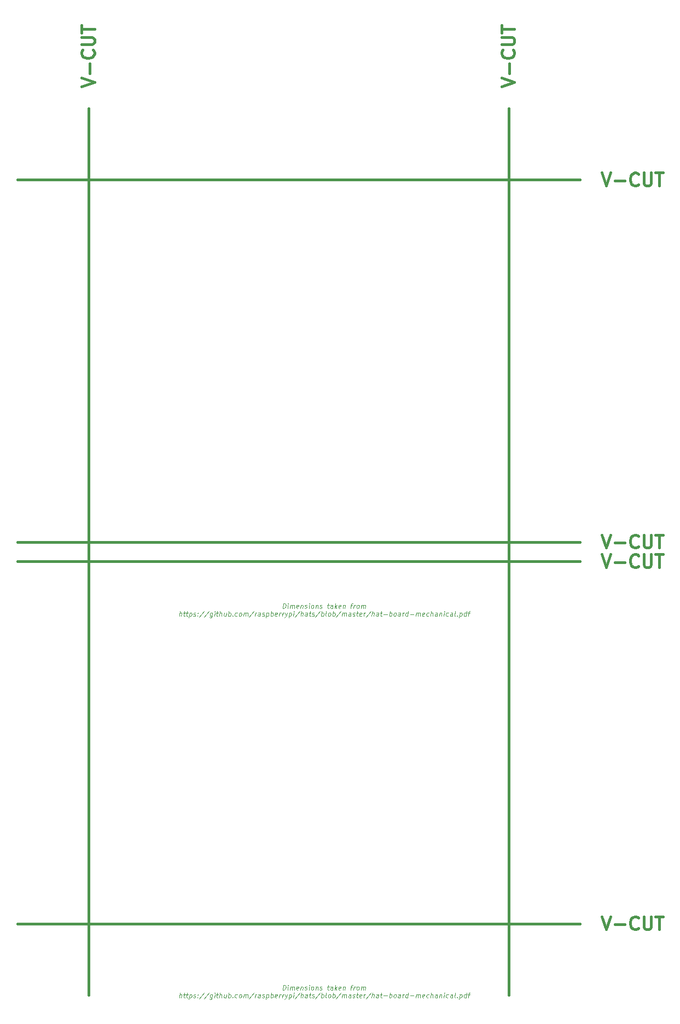
<source format=gbr>
%TF.GenerationSoftware,KiCad,Pcbnew,6.0.11+dfsg-1*%
%TF.CreationDate,2024-03-17T12:00:56+00:00*%
%TF.ProjectId,panel,70616e65-6c2e-46b6-9963-61645f706362,rev?*%
%TF.SameCoordinates,Original*%
%TF.FileFunction,Other,Comment*%
%FSLAX46Y46*%
G04 Gerber Fmt 4.6, Leading zero omitted, Abs format (unit mm)*
G04 Created by KiCad (PCBNEW 6.0.11+dfsg-1) date 2024-03-17 12:00:56*
%MOMM*%
%LPD*%
G01*
G04 APERTURE LIST*
%ADD10C,0.400000*%
%ADD11C,0.120000*%
G04 APERTURE END LIST*
D10*
X105000000Y-28000000D02*
X192000000Y-28000000D01*
X181000000Y-17000000D02*
X181000000Y-154000000D01*
X116000000Y-17000000D02*
X116000000Y-154000000D01*
X105000000Y-143000000D02*
X192000000Y-143000000D01*
X105000000Y-84000000D02*
X192000000Y-84000000D01*
X105000000Y-87000000D02*
X192000000Y-87000000D01*
X195450476Y-141904761D02*
X196117142Y-143904761D01*
X196783809Y-141904761D01*
X197450476Y-143142857D02*
X198974285Y-143142857D01*
X201069523Y-143714285D02*
X200974285Y-143809523D01*
X200688571Y-143904761D01*
X200498095Y-143904761D01*
X200212380Y-143809523D01*
X200021904Y-143619047D01*
X199926666Y-143428571D01*
X199831428Y-143047619D01*
X199831428Y-142761904D01*
X199926666Y-142380952D01*
X200021904Y-142190476D01*
X200212380Y-142000000D01*
X200498095Y-141904761D01*
X200688571Y-141904761D01*
X200974285Y-142000000D01*
X201069523Y-142095238D01*
X201926666Y-141904761D02*
X201926666Y-143523809D01*
X202021904Y-143714285D01*
X202117142Y-143809523D01*
X202307619Y-143904761D01*
X202688571Y-143904761D01*
X202879047Y-143809523D01*
X202974285Y-143714285D01*
X203069523Y-143523809D01*
X203069523Y-141904761D01*
X203736190Y-141904761D02*
X204879047Y-141904761D01*
X204307619Y-143904761D02*
X204307619Y-141904761D01*
X195450476Y-85904761D02*
X196117142Y-87904761D01*
X196783809Y-85904761D01*
X197450476Y-87142857D02*
X198974285Y-87142857D01*
X201069523Y-87714285D02*
X200974285Y-87809523D01*
X200688571Y-87904761D01*
X200498095Y-87904761D01*
X200212380Y-87809523D01*
X200021904Y-87619047D01*
X199926666Y-87428571D01*
X199831428Y-87047619D01*
X199831428Y-86761904D01*
X199926666Y-86380952D01*
X200021904Y-86190476D01*
X200212380Y-86000000D01*
X200498095Y-85904761D01*
X200688571Y-85904761D01*
X200974285Y-86000000D01*
X201069523Y-86095238D01*
X201926666Y-85904761D02*
X201926666Y-87523809D01*
X202021904Y-87714285D01*
X202117142Y-87809523D01*
X202307619Y-87904761D01*
X202688571Y-87904761D01*
X202879047Y-87809523D01*
X202974285Y-87714285D01*
X203069523Y-87523809D01*
X203069523Y-85904761D01*
X203736190Y-85904761D02*
X204879047Y-85904761D01*
X204307619Y-87904761D02*
X204307619Y-85904761D01*
X195450476Y-82904761D02*
X196117142Y-84904761D01*
X196783809Y-82904761D01*
X197450476Y-84142857D02*
X198974285Y-84142857D01*
X201069523Y-84714285D02*
X200974285Y-84809523D01*
X200688571Y-84904761D01*
X200498095Y-84904761D01*
X200212380Y-84809523D01*
X200021904Y-84619047D01*
X199926666Y-84428571D01*
X199831428Y-84047619D01*
X199831428Y-83761904D01*
X199926666Y-83380952D01*
X200021904Y-83190476D01*
X200212380Y-83000000D01*
X200498095Y-82904761D01*
X200688571Y-82904761D01*
X200974285Y-83000000D01*
X201069523Y-83095238D01*
X201926666Y-82904761D02*
X201926666Y-84523809D01*
X202021904Y-84714285D01*
X202117142Y-84809523D01*
X202307619Y-84904761D01*
X202688571Y-84904761D01*
X202879047Y-84809523D01*
X202974285Y-84714285D01*
X203069523Y-84523809D01*
X203069523Y-82904761D01*
X203736190Y-82904761D02*
X204879047Y-82904761D01*
X204307619Y-84904761D02*
X204307619Y-82904761D01*
X195450476Y-26904761D02*
X196117142Y-28904761D01*
X196783809Y-26904761D01*
X197450476Y-28142857D02*
X198974285Y-28142857D01*
X201069523Y-28714285D02*
X200974285Y-28809523D01*
X200688571Y-28904761D01*
X200498095Y-28904761D01*
X200212380Y-28809523D01*
X200021904Y-28619047D01*
X199926666Y-28428571D01*
X199831428Y-28047619D01*
X199831428Y-27761904D01*
X199926666Y-27380952D01*
X200021904Y-27190476D01*
X200212380Y-27000000D01*
X200498095Y-26904761D01*
X200688571Y-26904761D01*
X200974285Y-27000000D01*
X201069523Y-27095238D01*
X201926666Y-26904761D02*
X201926666Y-28523809D01*
X202021904Y-28714285D01*
X202117142Y-28809523D01*
X202307619Y-28904761D01*
X202688571Y-28904761D01*
X202879047Y-28809523D01*
X202974285Y-28714285D01*
X203069523Y-28523809D01*
X203069523Y-26904761D01*
X203736190Y-26904761D02*
X204879047Y-26904761D01*
X204307619Y-28904761D02*
X204307619Y-26904761D01*
D11*
X146053995Y-94235535D02*
X146147745Y-93485535D01*
X146326316Y-93485535D01*
X146428995Y-93521250D01*
X146491495Y-93592678D01*
X146518281Y-93664107D01*
X146536138Y-93806964D01*
X146522745Y-93914107D01*
X146469174Y-94056964D01*
X146424531Y-94128392D01*
X146344174Y-94199821D01*
X146232566Y-94235535D01*
X146053995Y-94235535D01*
X146803995Y-94235535D02*
X146866495Y-93735535D01*
X146897745Y-93485535D02*
X146857566Y-93521250D01*
X146888816Y-93556964D01*
X146928995Y-93521250D01*
X146897745Y-93485535D01*
X146888816Y-93556964D01*
X147161138Y-94235535D02*
X147223638Y-93735535D01*
X147214709Y-93806964D02*
X147254888Y-93771250D01*
X147330781Y-93735535D01*
X147437924Y-93735535D01*
X147504888Y-93771250D01*
X147531674Y-93842678D01*
X147482566Y-94235535D01*
X147531674Y-93842678D02*
X147576316Y-93771250D01*
X147652209Y-93735535D01*
X147759352Y-93735535D01*
X147826316Y-93771250D01*
X147853102Y-93842678D01*
X147803995Y-94235535D01*
X148451316Y-94199821D02*
X148375424Y-94235535D01*
X148232566Y-94235535D01*
X148165602Y-94199821D01*
X148138816Y-94128392D01*
X148174531Y-93842678D01*
X148219174Y-93771250D01*
X148295066Y-93735535D01*
X148437924Y-93735535D01*
X148504888Y-93771250D01*
X148531674Y-93842678D01*
X148522745Y-93914107D01*
X148156674Y-93985535D01*
X148866495Y-93735535D02*
X148803995Y-94235535D01*
X148857566Y-93806964D02*
X148897745Y-93771250D01*
X148973638Y-93735535D01*
X149080781Y-93735535D01*
X149147745Y-93771250D01*
X149174531Y-93842678D01*
X149125424Y-94235535D01*
X149451316Y-94199821D02*
X149518281Y-94235535D01*
X149661138Y-94235535D01*
X149737031Y-94199821D01*
X149781674Y-94128392D01*
X149786138Y-94092678D01*
X149759352Y-94021250D01*
X149692388Y-93985535D01*
X149585245Y-93985535D01*
X149518281Y-93949821D01*
X149491495Y-93878392D01*
X149495959Y-93842678D01*
X149540602Y-93771250D01*
X149616495Y-93735535D01*
X149723638Y-93735535D01*
X149790602Y-93771250D01*
X150089709Y-94235535D02*
X150152209Y-93735535D01*
X150183459Y-93485535D02*
X150143281Y-93521250D01*
X150174531Y-93556964D01*
X150214709Y-93521250D01*
X150183459Y-93485535D01*
X150174531Y-93556964D01*
X150553995Y-94235535D02*
X150487031Y-94199821D01*
X150455781Y-94164107D01*
X150428995Y-94092678D01*
X150455781Y-93878392D01*
X150500424Y-93806964D01*
X150540602Y-93771250D01*
X150616495Y-93735535D01*
X150723638Y-93735535D01*
X150790602Y-93771250D01*
X150821852Y-93806964D01*
X150848638Y-93878392D01*
X150821852Y-94092678D01*
X150777209Y-94164107D01*
X150737031Y-94199821D01*
X150661138Y-94235535D01*
X150553995Y-94235535D01*
X151187924Y-93735535D02*
X151125424Y-94235535D01*
X151178995Y-93806964D02*
X151219174Y-93771250D01*
X151295066Y-93735535D01*
X151402209Y-93735535D01*
X151469174Y-93771250D01*
X151495959Y-93842678D01*
X151446852Y-94235535D01*
X151772745Y-94199821D02*
X151839709Y-94235535D01*
X151982566Y-94235535D01*
X152058459Y-94199821D01*
X152103102Y-94128392D01*
X152107566Y-94092678D01*
X152080781Y-94021250D01*
X152013816Y-93985535D01*
X151906674Y-93985535D01*
X151839709Y-93949821D01*
X151812924Y-93878392D01*
X151817388Y-93842678D01*
X151862031Y-93771250D01*
X151937924Y-93735535D01*
X152045066Y-93735535D01*
X152112031Y-93771250D01*
X152937924Y-93735535D02*
X153223638Y-93735535D01*
X153076316Y-93485535D02*
X152995959Y-94128392D01*
X153022745Y-94199821D01*
X153089709Y-94235535D01*
X153161138Y-94235535D01*
X153732566Y-94235535D02*
X153781674Y-93842678D01*
X153754888Y-93771250D01*
X153687924Y-93735535D01*
X153545066Y-93735535D01*
X153469174Y-93771250D01*
X153737031Y-94199821D02*
X153661138Y-94235535D01*
X153482566Y-94235535D01*
X153415602Y-94199821D01*
X153388816Y-94128392D01*
X153397745Y-94056964D01*
X153442388Y-93985535D01*
X153518281Y-93949821D01*
X153696852Y-93949821D01*
X153772745Y-93914107D01*
X154089709Y-94235535D02*
X154183459Y-93485535D01*
X154196852Y-93949821D02*
X154375424Y-94235535D01*
X154437924Y-93735535D02*
X154116495Y-94021250D01*
X154987031Y-94199821D02*
X154911138Y-94235535D01*
X154768281Y-94235535D01*
X154701316Y-94199821D01*
X154674531Y-94128392D01*
X154710245Y-93842678D01*
X154754888Y-93771250D01*
X154830781Y-93735535D01*
X154973638Y-93735535D01*
X155040602Y-93771250D01*
X155067388Y-93842678D01*
X155058459Y-93914107D01*
X154692388Y-93985535D01*
X155402209Y-93735535D02*
X155339709Y-94235535D01*
X155393281Y-93806964D02*
X155433459Y-93771250D01*
X155509352Y-93735535D01*
X155616495Y-93735535D01*
X155683459Y-93771250D01*
X155710245Y-93842678D01*
X155661138Y-94235535D01*
X156545066Y-93735535D02*
X156830781Y-93735535D01*
X156589709Y-94235535D02*
X156670066Y-93592678D01*
X156714709Y-93521250D01*
X156790602Y-93485535D01*
X156862031Y-93485535D01*
X157018281Y-94235535D02*
X157080781Y-93735535D01*
X157062924Y-93878392D02*
X157107566Y-93806964D01*
X157147745Y-93771250D01*
X157223638Y-93735535D01*
X157295066Y-93735535D01*
X157589709Y-94235535D02*
X157522745Y-94199821D01*
X157491495Y-94164107D01*
X157464709Y-94092678D01*
X157491495Y-93878392D01*
X157536138Y-93806964D01*
X157576316Y-93771250D01*
X157652209Y-93735535D01*
X157759352Y-93735535D01*
X157826316Y-93771250D01*
X157857566Y-93806964D01*
X157884352Y-93878392D01*
X157857566Y-94092678D01*
X157812924Y-94164107D01*
X157772745Y-94199821D01*
X157696852Y-94235535D01*
X157589709Y-94235535D01*
X158161138Y-94235535D02*
X158223638Y-93735535D01*
X158214709Y-93806964D02*
X158254888Y-93771250D01*
X158330781Y-93735535D01*
X158437924Y-93735535D01*
X158504888Y-93771250D01*
X158531674Y-93842678D01*
X158482566Y-94235535D01*
X158531674Y-93842678D02*
X158576316Y-93771250D01*
X158652209Y-93735535D01*
X158759352Y-93735535D01*
X158826316Y-93771250D01*
X158853102Y-93842678D01*
X158803995Y-94235535D01*
X130036138Y-95443035D02*
X130129888Y-94693035D01*
X130357566Y-95443035D02*
X130406674Y-95050178D01*
X130379888Y-94978750D01*
X130312924Y-94943035D01*
X130205781Y-94943035D01*
X130129888Y-94978750D01*
X130089709Y-95014464D01*
X130670066Y-94943035D02*
X130955781Y-94943035D01*
X130808459Y-94693035D02*
X130728102Y-95335892D01*
X130754888Y-95407321D01*
X130821852Y-95443035D01*
X130893281Y-95443035D01*
X131098638Y-94943035D02*
X131384352Y-94943035D01*
X131237031Y-94693035D02*
X131156674Y-95335892D01*
X131183459Y-95407321D01*
X131250424Y-95443035D01*
X131321852Y-95443035D01*
X131634352Y-94943035D02*
X131540602Y-95693035D01*
X131629888Y-94978750D02*
X131705781Y-94943035D01*
X131848638Y-94943035D01*
X131915602Y-94978750D01*
X131946852Y-95014464D01*
X131973638Y-95085892D01*
X131946852Y-95300178D01*
X131902209Y-95371607D01*
X131862031Y-95407321D01*
X131786138Y-95443035D01*
X131643281Y-95443035D01*
X131576316Y-95407321D01*
X132219174Y-95407321D02*
X132286138Y-95443035D01*
X132428995Y-95443035D01*
X132504888Y-95407321D01*
X132549531Y-95335892D01*
X132553995Y-95300178D01*
X132527209Y-95228750D01*
X132460245Y-95193035D01*
X132353102Y-95193035D01*
X132286138Y-95157321D01*
X132259352Y-95085892D01*
X132263816Y-95050178D01*
X132308459Y-94978750D01*
X132384352Y-94943035D01*
X132491495Y-94943035D01*
X132558459Y-94978750D01*
X132866495Y-95371607D02*
X132897745Y-95407321D01*
X132857566Y-95443035D01*
X132826316Y-95407321D01*
X132866495Y-95371607D01*
X132857566Y-95443035D01*
X132915602Y-94978750D02*
X132946852Y-95014464D01*
X132906674Y-95050178D01*
X132875424Y-95014464D01*
X132915602Y-94978750D01*
X132906674Y-95050178D01*
X133848638Y-94657321D02*
X133085245Y-95621607D01*
X134634352Y-94657321D02*
X133870959Y-95621607D01*
X135170066Y-94943035D02*
X135094174Y-95550178D01*
X135049531Y-95621607D01*
X135009352Y-95657321D01*
X134933459Y-95693035D01*
X134826316Y-95693035D01*
X134759352Y-95657321D01*
X135112031Y-95407321D02*
X135036138Y-95443035D01*
X134893281Y-95443035D01*
X134826316Y-95407321D01*
X134795066Y-95371607D01*
X134768281Y-95300178D01*
X134795066Y-95085892D01*
X134839709Y-95014464D01*
X134879888Y-94978750D01*
X134955781Y-94943035D01*
X135098638Y-94943035D01*
X135165602Y-94978750D01*
X135464709Y-95443035D02*
X135527209Y-94943035D01*
X135558459Y-94693035D02*
X135518281Y-94728750D01*
X135549531Y-94764464D01*
X135589709Y-94728750D01*
X135558459Y-94693035D01*
X135549531Y-94764464D01*
X135777209Y-94943035D02*
X136062924Y-94943035D01*
X135915602Y-94693035D02*
X135835245Y-95335892D01*
X135862031Y-95407321D01*
X135928995Y-95443035D01*
X136000424Y-95443035D01*
X136250424Y-95443035D02*
X136344174Y-94693035D01*
X136571852Y-95443035D02*
X136620959Y-95050178D01*
X136594174Y-94978750D01*
X136527209Y-94943035D01*
X136420066Y-94943035D01*
X136344174Y-94978750D01*
X136303995Y-95014464D01*
X137312924Y-94943035D02*
X137250424Y-95443035D01*
X136991495Y-94943035D02*
X136942388Y-95335892D01*
X136969174Y-95407321D01*
X137036138Y-95443035D01*
X137143281Y-95443035D01*
X137219174Y-95407321D01*
X137259352Y-95371607D01*
X137607566Y-95443035D02*
X137701316Y-94693035D01*
X137665602Y-94978750D02*
X137741495Y-94943035D01*
X137884352Y-94943035D01*
X137951316Y-94978750D01*
X137982566Y-95014464D01*
X138009352Y-95085892D01*
X137982566Y-95300178D01*
X137937924Y-95371607D01*
X137897745Y-95407321D01*
X137821852Y-95443035D01*
X137678995Y-95443035D01*
X137612031Y-95407321D01*
X138295066Y-95371607D02*
X138326316Y-95407321D01*
X138286138Y-95443035D01*
X138254888Y-95407321D01*
X138295066Y-95371607D01*
X138286138Y-95443035D01*
X138969174Y-95407321D02*
X138893281Y-95443035D01*
X138750424Y-95443035D01*
X138683459Y-95407321D01*
X138652209Y-95371607D01*
X138625424Y-95300178D01*
X138652209Y-95085892D01*
X138696852Y-95014464D01*
X138737031Y-94978750D01*
X138812924Y-94943035D01*
X138955781Y-94943035D01*
X139022745Y-94978750D01*
X139393281Y-95443035D02*
X139326316Y-95407321D01*
X139295066Y-95371607D01*
X139268281Y-95300178D01*
X139295066Y-95085892D01*
X139339709Y-95014464D01*
X139379888Y-94978750D01*
X139455781Y-94943035D01*
X139562924Y-94943035D01*
X139629888Y-94978750D01*
X139661138Y-95014464D01*
X139687924Y-95085892D01*
X139661138Y-95300178D01*
X139616495Y-95371607D01*
X139576316Y-95407321D01*
X139500424Y-95443035D01*
X139393281Y-95443035D01*
X139964709Y-95443035D02*
X140027209Y-94943035D01*
X140018281Y-95014464D02*
X140058459Y-94978750D01*
X140134352Y-94943035D01*
X140241495Y-94943035D01*
X140308459Y-94978750D01*
X140335245Y-95050178D01*
X140286138Y-95443035D01*
X140335245Y-95050178D02*
X140379888Y-94978750D01*
X140455781Y-94943035D01*
X140562924Y-94943035D01*
X140629888Y-94978750D01*
X140656674Y-95050178D01*
X140607566Y-95443035D01*
X141598638Y-94657321D02*
X140835245Y-95621607D01*
X141750424Y-95443035D02*
X141812924Y-94943035D01*
X141795066Y-95085892D02*
X141839709Y-95014464D01*
X141879888Y-94978750D01*
X141955781Y-94943035D01*
X142027209Y-94943035D01*
X142536138Y-95443035D02*
X142585245Y-95050178D01*
X142558459Y-94978750D01*
X142491495Y-94943035D01*
X142348638Y-94943035D01*
X142272745Y-94978750D01*
X142540602Y-95407321D02*
X142464709Y-95443035D01*
X142286138Y-95443035D01*
X142219174Y-95407321D01*
X142192388Y-95335892D01*
X142201316Y-95264464D01*
X142245959Y-95193035D01*
X142321852Y-95157321D01*
X142500424Y-95157321D01*
X142576316Y-95121607D01*
X142862031Y-95407321D02*
X142928995Y-95443035D01*
X143071852Y-95443035D01*
X143147745Y-95407321D01*
X143192388Y-95335892D01*
X143196852Y-95300178D01*
X143170066Y-95228750D01*
X143103102Y-95193035D01*
X142995959Y-95193035D01*
X142928995Y-95157321D01*
X142902209Y-95085892D01*
X142906674Y-95050178D01*
X142951316Y-94978750D01*
X143027209Y-94943035D01*
X143134352Y-94943035D01*
X143201316Y-94978750D01*
X143562924Y-94943035D02*
X143469174Y-95693035D01*
X143558459Y-94978750D02*
X143634352Y-94943035D01*
X143777209Y-94943035D01*
X143844174Y-94978750D01*
X143875424Y-95014464D01*
X143902209Y-95085892D01*
X143875424Y-95300178D01*
X143830781Y-95371607D01*
X143790602Y-95407321D01*
X143714709Y-95443035D01*
X143571852Y-95443035D01*
X143504888Y-95407321D01*
X144178995Y-95443035D02*
X144272745Y-94693035D01*
X144237031Y-94978750D02*
X144312924Y-94943035D01*
X144455781Y-94943035D01*
X144522745Y-94978750D01*
X144553995Y-95014464D01*
X144580781Y-95085892D01*
X144553995Y-95300178D01*
X144509352Y-95371607D01*
X144469174Y-95407321D01*
X144393281Y-95443035D01*
X144250424Y-95443035D01*
X144183459Y-95407321D01*
X145147745Y-95407321D02*
X145071852Y-95443035D01*
X144928995Y-95443035D01*
X144862031Y-95407321D01*
X144835245Y-95335892D01*
X144870959Y-95050178D01*
X144915602Y-94978750D01*
X144991495Y-94943035D01*
X145134352Y-94943035D01*
X145201316Y-94978750D01*
X145228102Y-95050178D01*
X145219174Y-95121607D01*
X144853102Y-95193035D01*
X145500424Y-95443035D02*
X145562924Y-94943035D01*
X145545066Y-95085892D02*
X145589709Y-95014464D01*
X145629888Y-94978750D01*
X145705781Y-94943035D01*
X145777209Y-94943035D01*
X145964709Y-95443035D02*
X146027209Y-94943035D01*
X146009352Y-95085892D02*
X146053995Y-95014464D01*
X146094174Y-94978750D01*
X146170066Y-94943035D01*
X146241495Y-94943035D01*
X146420066Y-94943035D02*
X146536138Y-95443035D01*
X146777209Y-94943035D02*
X146536138Y-95443035D01*
X146442388Y-95621607D01*
X146402209Y-95657321D01*
X146326316Y-95693035D01*
X147062924Y-94943035D02*
X146969174Y-95693035D01*
X147058459Y-94978750D02*
X147134352Y-94943035D01*
X147277209Y-94943035D01*
X147344174Y-94978750D01*
X147375424Y-95014464D01*
X147402209Y-95085892D01*
X147375424Y-95300178D01*
X147330781Y-95371607D01*
X147290602Y-95407321D01*
X147214709Y-95443035D01*
X147071852Y-95443035D01*
X147004888Y-95407321D01*
X147678995Y-95443035D02*
X147741495Y-94943035D01*
X147772745Y-94693035D02*
X147732566Y-94728750D01*
X147763816Y-94764464D01*
X147803995Y-94728750D01*
X147772745Y-94693035D01*
X147763816Y-94764464D01*
X148670066Y-94657321D02*
X147906674Y-95621607D01*
X148821852Y-95443035D02*
X148915602Y-94693035D01*
X149143281Y-95443035D02*
X149192388Y-95050178D01*
X149165602Y-94978750D01*
X149098638Y-94943035D01*
X148991495Y-94943035D01*
X148915602Y-94978750D01*
X148875424Y-95014464D01*
X149821852Y-95443035D02*
X149870959Y-95050178D01*
X149844174Y-94978750D01*
X149777209Y-94943035D01*
X149634352Y-94943035D01*
X149558459Y-94978750D01*
X149826316Y-95407321D02*
X149750424Y-95443035D01*
X149571852Y-95443035D01*
X149504888Y-95407321D01*
X149478102Y-95335892D01*
X149487031Y-95264464D01*
X149531674Y-95193035D01*
X149607566Y-95157321D01*
X149786138Y-95157321D01*
X149862031Y-95121607D01*
X150134352Y-94943035D02*
X150420066Y-94943035D01*
X150272745Y-94693035D02*
X150192388Y-95335892D01*
X150219174Y-95407321D01*
X150286138Y-95443035D01*
X150357566Y-95443035D01*
X150576316Y-95407321D02*
X150643281Y-95443035D01*
X150786138Y-95443035D01*
X150862031Y-95407321D01*
X150906674Y-95335892D01*
X150911138Y-95300178D01*
X150884352Y-95228750D01*
X150817388Y-95193035D01*
X150710245Y-95193035D01*
X150643281Y-95157321D01*
X150616495Y-95085892D01*
X150620959Y-95050178D01*
X150665602Y-94978750D01*
X150741495Y-94943035D01*
X150848638Y-94943035D01*
X150915602Y-94978750D01*
X151848638Y-94657321D02*
X151085245Y-95621607D01*
X152000424Y-95443035D02*
X152094174Y-94693035D01*
X152058459Y-94978750D02*
X152134352Y-94943035D01*
X152277209Y-94943035D01*
X152344174Y-94978750D01*
X152375424Y-95014464D01*
X152402209Y-95085892D01*
X152375424Y-95300178D01*
X152330781Y-95371607D01*
X152290602Y-95407321D01*
X152214709Y-95443035D01*
X152071852Y-95443035D01*
X152004888Y-95407321D01*
X152786138Y-95443035D02*
X152719174Y-95407321D01*
X152692388Y-95335892D01*
X152772745Y-94693035D01*
X153178995Y-95443035D02*
X153112031Y-95407321D01*
X153080781Y-95371607D01*
X153053995Y-95300178D01*
X153080781Y-95085892D01*
X153125424Y-95014464D01*
X153165602Y-94978750D01*
X153241495Y-94943035D01*
X153348638Y-94943035D01*
X153415602Y-94978750D01*
X153446852Y-95014464D01*
X153473638Y-95085892D01*
X153446852Y-95300178D01*
X153402209Y-95371607D01*
X153362031Y-95407321D01*
X153286138Y-95443035D01*
X153178995Y-95443035D01*
X153750424Y-95443035D02*
X153844174Y-94693035D01*
X153808459Y-94978750D02*
X153884352Y-94943035D01*
X154027209Y-94943035D01*
X154094174Y-94978750D01*
X154125424Y-95014464D01*
X154152209Y-95085892D01*
X154125424Y-95300178D01*
X154080781Y-95371607D01*
X154040602Y-95407321D01*
X153964709Y-95443035D01*
X153821852Y-95443035D01*
X153754888Y-95407321D01*
X155062924Y-94657321D02*
X154299531Y-95621607D01*
X155214709Y-95443035D02*
X155277209Y-94943035D01*
X155268281Y-95014464D02*
X155308459Y-94978750D01*
X155384352Y-94943035D01*
X155491495Y-94943035D01*
X155558459Y-94978750D01*
X155585245Y-95050178D01*
X155536138Y-95443035D01*
X155585245Y-95050178D02*
X155629888Y-94978750D01*
X155705781Y-94943035D01*
X155812924Y-94943035D01*
X155879888Y-94978750D01*
X155906674Y-95050178D01*
X155857566Y-95443035D01*
X156536138Y-95443035D02*
X156585245Y-95050178D01*
X156558459Y-94978750D01*
X156491495Y-94943035D01*
X156348638Y-94943035D01*
X156272745Y-94978750D01*
X156540602Y-95407321D02*
X156464709Y-95443035D01*
X156286138Y-95443035D01*
X156219174Y-95407321D01*
X156192388Y-95335892D01*
X156201316Y-95264464D01*
X156245959Y-95193035D01*
X156321852Y-95157321D01*
X156500424Y-95157321D01*
X156576316Y-95121607D01*
X156862031Y-95407321D02*
X156928995Y-95443035D01*
X157071852Y-95443035D01*
X157147745Y-95407321D01*
X157192388Y-95335892D01*
X157196852Y-95300178D01*
X157170066Y-95228750D01*
X157103102Y-95193035D01*
X156995959Y-95193035D01*
X156928995Y-95157321D01*
X156902209Y-95085892D01*
X156906674Y-95050178D01*
X156951316Y-94978750D01*
X157027209Y-94943035D01*
X157134352Y-94943035D01*
X157201316Y-94978750D01*
X157455781Y-94943035D02*
X157741495Y-94943035D01*
X157594174Y-94693035D02*
X157513816Y-95335892D01*
X157540602Y-95407321D01*
X157607566Y-95443035D01*
X157678995Y-95443035D01*
X158219174Y-95407321D02*
X158143281Y-95443035D01*
X158000424Y-95443035D01*
X157933459Y-95407321D01*
X157906674Y-95335892D01*
X157942388Y-95050178D01*
X157987031Y-94978750D01*
X158062924Y-94943035D01*
X158205781Y-94943035D01*
X158272745Y-94978750D01*
X158299531Y-95050178D01*
X158290602Y-95121607D01*
X157924531Y-95193035D01*
X158571852Y-95443035D02*
X158634352Y-94943035D01*
X158616495Y-95085892D02*
X158661138Y-95014464D01*
X158701316Y-94978750D01*
X158777209Y-94943035D01*
X158848638Y-94943035D01*
X159670066Y-94657321D02*
X158906674Y-95621607D01*
X159821852Y-95443035D02*
X159915602Y-94693035D01*
X160143281Y-95443035D02*
X160192388Y-95050178D01*
X160165602Y-94978750D01*
X160098638Y-94943035D01*
X159991495Y-94943035D01*
X159915602Y-94978750D01*
X159875424Y-95014464D01*
X160821852Y-95443035D02*
X160870959Y-95050178D01*
X160844174Y-94978750D01*
X160777209Y-94943035D01*
X160634352Y-94943035D01*
X160558459Y-94978750D01*
X160826316Y-95407321D02*
X160750424Y-95443035D01*
X160571852Y-95443035D01*
X160504888Y-95407321D01*
X160478102Y-95335892D01*
X160487031Y-95264464D01*
X160531674Y-95193035D01*
X160607566Y-95157321D01*
X160786138Y-95157321D01*
X160862031Y-95121607D01*
X161134352Y-94943035D02*
X161420066Y-94943035D01*
X161272745Y-94693035D02*
X161192388Y-95335892D01*
X161219174Y-95407321D01*
X161286138Y-95443035D01*
X161357566Y-95443035D01*
X161643281Y-95157321D02*
X162214709Y-95157321D01*
X162536138Y-95443035D02*
X162629888Y-94693035D01*
X162594174Y-94978750D02*
X162670066Y-94943035D01*
X162812924Y-94943035D01*
X162879888Y-94978750D01*
X162911138Y-95014464D01*
X162937924Y-95085892D01*
X162911138Y-95300178D01*
X162866495Y-95371607D01*
X162826316Y-95407321D01*
X162750424Y-95443035D01*
X162607566Y-95443035D01*
X162540602Y-95407321D01*
X163321852Y-95443035D02*
X163254888Y-95407321D01*
X163223638Y-95371607D01*
X163196852Y-95300178D01*
X163223638Y-95085892D01*
X163268281Y-95014464D01*
X163308459Y-94978750D01*
X163384352Y-94943035D01*
X163491495Y-94943035D01*
X163558459Y-94978750D01*
X163589709Y-95014464D01*
X163616495Y-95085892D01*
X163589709Y-95300178D01*
X163545066Y-95371607D01*
X163504888Y-95407321D01*
X163428995Y-95443035D01*
X163321852Y-95443035D01*
X164214709Y-95443035D02*
X164263816Y-95050178D01*
X164237031Y-94978750D01*
X164170066Y-94943035D01*
X164027209Y-94943035D01*
X163951316Y-94978750D01*
X164219174Y-95407321D02*
X164143281Y-95443035D01*
X163964709Y-95443035D01*
X163897745Y-95407321D01*
X163870959Y-95335892D01*
X163879888Y-95264464D01*
X163924531Y-95193035D01*
X164000424Y-95157321D01*
X164178995Y-95157321D01*
X164254888Y-95121607D01*
X164571852Y-95443035D02*
X164634352Y-94943035D01*
X164616495Y-95085892D02*
X164661138Y-95014464D01*
X164701316Y-94978750D01*
X164777209Y-94943035D01*
X164848638Y-94943035D01*
X165357566Y-95443035D02*
X165451316Y-94693035D01*
X165362031Y-95407321D02*
X165286138Y-95443035D01*
X165143281Y-95443035D01*
X165076316Y-95407321D01*
X165045066Y-95371607D01*
X165018281Y-95300178D01*
X165045066Y-95085892D01*
X165089709Y-95014464D01*
X165129888Y-94978750D01*
X165205781Y-94943035D01*
X165348638Y-94943035D01*
X165415602Y-94978750D01*
X165750424Y-95157321D02*
X166321852Y-95157321D01*
X166643281Y-95443035D02*
X166705781Y-94943035D01*
X166696852Y-95014464D02*
X166737031Y-94978750D01*
X166812924Y-94943035D01*
X166920066Y-94943035D01*
X166987031Y-94978750D01*
X167013816Y-95050178D01*
X166964709Y-95443035D01*
X167013816Y-95050178D02*
X167058459Y-94978750D01*
X167134352Y-94943035D01*
X167241495Y-94943035D01*
X167308459Y-94978750D01*
X167335245Y-95050178D01*
X167286138Y-95443035D01*
X167933459Y-95407321D02*
X167857566Y-95443035D01*
X167714709Y-95443035D01*
X167647745Y-95407321D01*
X167620959Y-95335892D01*
X167656674Y-95050178D01*
X167701316Y-94978750D01*
X167777209Y-94943035D01*
X167920066Y-94943035D01*
X167987031Y-94978750D01*
X168013816Y-95050178D01*
X168004888Y-95121607D01*
X167638816Y-95193035D01*
X168612031Y-95407321D02*
X168536138Y-95443035D01*
X168393281Y-95443035D01*
X168326316Y-95407321D01*
X168295066Y-95371607D01*
X168268281Y-95300178D01*
X168295066Y-95085892D01*
X168339709Y-95014464D01*
X168379888Y-94978750D01*
X168455781Y-94943035D01*
X168598638Y-94943035D01*
X168665602Y-94978750D01*
X168928995Y-95443035D02*
X169022745Y-94693035D01*
X169250424Y-95443035D02*
X169299531Y-95050178D01*
X169272745Y-94978750D01*
X169205781Y-94943035D01*
X169098638Y-94943035D01*
X169022745Y-94978750D01*
X168982566Y-95014464D01*
X169928995Y-95443035D02*
X169978102Y-95050178D01*
X169951316Y-94978750D01*
X169884352Y-94943035D01*
X169741495Y-94943035D01*
X169665602Y-94978750D01*
X169933459Y-95407321D02*
X169857566Y-95443035D01*
X169678995Y-95443035D01*
X169612031Y-95407321D01*
X169585245Y-95335892D01*
X169594174Y-95264464D01*
X169638816Y-95193035D01*
X169714709Y-95157321D01*
X169893281Y-95157321D01*
X169969174Y-95121607D01*
X170348638Y-94943035D02*
X170286138Y-95443035D01*
X170339709Y-95014464D02*
X170379888Y-94978750D01*
X170455781Y-94943035D01*
X170562924Y-94943035D01*
X170629888Y-94978750D01*
X170656674Y-95050178D01*
X170607566Y-95443035D01*
X170964709Y-95443035D02*
X171027209Y-94943035D01*
X171058459Y-94693035D02*
X171018281Y-94728750D01*
X171049531Y-94764464D01*
X171089709Y-94728750D01*
X171058459Y-94693035D01*
X171049531Y-94764464D01*
X171647745Y-95407321D02*
X171571852Y-95443035D01*
X171428995Y-95443035D01*
X171362031Y-95407321D01*
X171330781Y-95371607D01*
X171303995Y-95300178D01*
X171330781Y-95085892D01*
X171375424Y-95014464D01*
X171415602Y-94978750D01*
X171491495Y-94943035D01*
X171634352Y-94943035D01*
X171701316Y-94978750D01*
X172286138Y-95443035D02*
X172335245Y-95050178D01*
X172308459Y-94978750D01*
X172241495Y-94943035D01*
X172098638Y-94943035D01*
X172022745Y-94978750D01*
X172290602Y-95407321D02*
X172214709Y-95443035D01*
X172036138Y-95443035D01*
X171969174Y-95407321D01*
X171942388Y-95335892D01*
X171951316Y-95264464D01*
X171995959Y-95193035D01*
X172071852Y-95157321D01*
X172250424Y-95157321D01*
X172326316Y-95121607D01*
X172750424Y-95443035D02*
X172683459Y-95407321D01*
X172656674Y-95335892D01*
X172737031Y-94693035D01*
X173045066Y-95371607D02*
X173076316Y-95407321D01*
X173036138Y-95443035D01*
X173004888Y-95407321D01*
X173045066Y-95371607D01*
X173036138Y-95443035D01*
X173455781Y-94943035D02*
X173362031Y-95693035D01*
X173451316Y-94978750D02*
X173527209Y-94943035D01*
X173670066Y-94943035D01*
X173737031Y-94978750D01*
X173768281Y-95014464D01*
X173795066Y-95085892D01*
X173768281Y-95300178D01*
X173723638Y-95371607D01*
X173683459Y-95407321D01*
X173607566Y-95443035D01*
X173464709Y-95443035D01*
X173397745Y-95407321D01*
X174393281Y-95443035D02*
X174487031Y-94693035D01*
X174397745Y-95407321D02*
X174321852Y-95443035D01*
X174178995Y-95443035D01*
X174112031Y-95407321D01*
X174080781Y-95371607D01*
X174053995Y-95300178D01*
X174080781Y-95085892D01*
X174125424Y-95014464D01*
X174165602Y-94978750D01*
X174241495Y-94943035D01*
X174384352Y-94943035D01*
X174451316Y-94978750D01*
X174705781Y-94943035D02*
X174991495Y-94943035D01*
X174750424Y-95443035D02*
X174830781Y-94800178D01*
X174875424Y-94728750D01*
X174951316Y-94693035D01*
X175022745Y-94693035D01*
X146053995Y-153235535D02*
X146147745Y-152485535D01*
X146326316Y-152485535D01*
X146428995Y-152521250D01*
X146491495Y-152592678D01*
X146518281Y-152664107D01*
X146536138Y-152806964D01*
X146522745Y-152914107D01*
X146469174Y-153056964D01*
X146424531Y-153128392D01*
X146344174Y-153199821D01*
X146232566Y-153235535D01*
X146053995Y-153235535D01*
X146803995Y-153235535D02*
X146866495Y-152735535D01*
X146897745Y-152485535D02*
X146857566Y-152521250D01*
X146888816Y-152556964D01*
X146928995Y-152521250D01*
X146897745Y-152485535D01*
X146888816Y-152556964D01*
X147161138Y-153235535D02*
X147223638Y-152735535D01*
X147214709Y-152806964D02*
X147254888Y-152771250D01*
X147330781Y-152735535D01*
X147437924Y-152735535D01*
X147504888Y-152771250D01*
X147531674Y-152842678D01*
X147482566Y-153235535D01*
X147531674Y-152842678D02*
X147576316Y-152771250D01*
X147652209Y-152735535D01*
X147759352Y-152735535D01*
X147826316Y-152771250D01*
X147853102Y-152842678D01*
X147803995Y-153235535D01*
X148451316Y-153199821D02*
X148375424Y-153235535D01*
X148232566Y-153235535D01*
X148165602Y-153199821D01*
X148138816Y-153128392D01*
X148174531Y-152842678D01*
X148219174Y-152771250D01*
X148295066Y-152735535D01*
X148437924Y-152735535D01*
X148504888Y-152771250D01*
X148531674Y-152842678D01*
X148522745Y-152914107D01*
X148156674Y-152985535D01*
X148866495Y-152735535D02*
X148803995Y-153235535D01*
X148857566Y-152806964D02*
X148897745Y-152771250D01*
X148973638Y-152735535D01*
X149080781Y-152735535D01*
X149147745Y-152771250D01*
X149174531Y-152842678D01*
X149125424Y-153235535D01*
X149451316Y-153199821D02*
X149518281Y-153235535D01*
X149661138Y-153235535D01*
X149737031Y-153199821D01*
X149781674Y-153128392D01*
X149786138Y-153092678D01*
X149759352Y-153021250D01*
X149692388Y-152985535D01*
X149585245Y-152985535D01*
X149518281Y-152949821D01*
X149491495Y-152878392D01*
X149495959Y-152842678D01*
X149540602Y-152771250D01*
X149616495Y-152735535D01*
X149723638Y-152735535D01*
X149790602Y-152771250D01*
X150089709Y-153235535D02*
X150152209Y-152735535D01*
X150183459Y-152485535D02*
X150143281Y-152521250D01*
X150174531Y-152556964D01*
X150214709Y-152521250D01*
X150183459Y-152485535D01*
X150174531Y-152556964D01*
X150553995Y-153235535D02*
X150487031Y-153199821D01*
X150455781Y-153164107D01*
X150428995Y-153092678D01*
X150455781Y-152878392D01*
X150500424Y-152806964D01*
X150540602Y-152771250D01*
X150616495Y-152735535D01*
X150723638Y-152735535D01*
X150790602Y-152771250D01*
X150821852Y-152806964D01*
X150848638Y-152878392D01*
X150821852Y-153092678D01*
X150777209Y-153164107D01*
X150737031Y-153199821D01*
X150661138Y-153235535D01*
X150553995Y-153235535D01*
X151187924Y-152735535D02*
X151125424Y-153235535D01*
X151178995Y-152806964D02*
X151219174Y-152771250D01*
X151295066Y-152735535D01*
X151402209Y-152735535D01*
X151469174Y-152771250D01*
X151495959Y-152842678D01*
X151446852Y-153235535D01*
X151772745Y-153199821D02*
X151839709Y-153235535D01*
X151982566Y-153235535D01*
X152058459Y-153199821D01*
X152103102Y-153128392D01*
X152107566Y-153092678D01*
X152080781Y-153021250D01*
X152013816Y-152985535D01*
X151906674Y-152985535D01*
X151839709Y-152949821D01*
X151812924Y-152878392D01*
X151817388Y-152842678D01*
X151862031Y-152771250D01*
X151937924Y-152735535D01*
X152045066Y-152735535D01*
X152112031Y-152771250D01*
X152937924Y-152735535D02*
X153223638Y-152735535D01*
X153076316Y-152485535D02*
X152995959Y-153128392D01*
X153022745Y-153199821D01*
X153089709Y-153235535D01*
X153161138Y-153235535D01*
X153732566Y-153235535D02*
X153781674Y-152842678D01*
X153754888Y-152771250D01*
X153687924Y-152735535D01*
X153545066Y-152735535D01*
X153469174Y-152771250D01*
X153737031Y-153199821D02*
X153661138Y-153235535D01*
X153482566Y-153235535D01*
X153415602Y-153199821D01*
X153388816Y-153128392D01*
X153397745Y-153056964D01*
X153442388Y-152985535D01*
X153518281Y-152949821D01*
X153696852Y-152949821D01*
X153772745Y-152914107D01*
X154089709Y-153235535D02*
X154183459Y-152485535D01*
X154196852Y-152949821D02*
X154375424Y-153235535D01*
X154437924Y-152735535D02*
X154116495Y-153021250D01*
X154987031Y-153199821D02*
X154911138Y-153235535D01*
X154768281Y-153235535D01*
X154701316Y-153199821D01*
X154674531Y-153128392D01*
X154710245Y-152842678D01*
X154754888Y-152771250D01*
X154830781Y-152735535D01*
X154973638Y-152735535D01*
X155040602Y-152771250D01*
X155067388Y-152842678D01*
X155058459Y-152914107D01*
X154692388Y-152985535D01*
X155402209Y-152735535D02*
X155339709Y-153235535D01*
X155393281Y-152806964D02*
X155433459Y-152771250D01*
X155509352Y-152735535D01*
X155616495Y-152735535D01*
X155683459Y-152771250D01*
X155710245Y-152842678D01*
X155661138Y-153235535D01*
X156545066Y-152735535D02*
X156830781Y-152735535D01*
X156589709Y-153235535D02*
X156670066Y-152592678D01*
X156714709Y-152521250D01*
X156790602Y-152485535D01*
X156862031Y-152485535D01*
X157018281Y-153235535D02*
X157080781Y-152735535D01*
X157062924Y-152878392D02*
X157107566Y-152806964D01*
X157147745Y-152771250D01*
X157223638Y-152735535D01*
X157295066Y-152735535D01*
X157589709Y-153235535D02*
X157522745Y-153199821D01*
X157491495Y-153164107D01*
X157464709Y-153092678D01*
X157491495Y-152878392D01*
X157536138Y-152806964D01*
X157576316Y-152771250D01*
X157652209Y-152735535D01*
X157759352Y-152735535D01*
X157826316Y-152771250D01*
X157857566Y-152806964D01*
X157884352Y-152878392D01*
X157857566Y-153092678D01*
X157812924Y-153164107D01*
X157772745Y-153199821D01*
X157696852Y-153235535D01*
X157589709Y-153235535D01*
X158161138Y-153235535D02*
X158223638Y-152735535D01*
X158214709Y-152806964D02*
X158254888Y-152771250D01*
X158330781Y-152735535D01*
X158437924Y-152735535D01*
X158504888Y-152771250D01*
X158531674Y-152842678D01*
X158482566Y-153235535D01*
X158531674Y-152842678D02*
X158576316Y-152771250D01*
X158652209Y-152735535D01*
X158759352Y-152735535D01*
X158826316Y-152771250D01*
X158853102Y-152842678D01*
X158803995Y-153235535D01*
X130036138Y-154443035D02*
X130129888Y-153693035D01*
X130357566Y-154443035D02*
X130406674Y-154050178D01*
X130379888Y-153978750D01*
X130312924Y-153943035D01*
X130205781Y-153943035D01*
X130129888Y-153978750D01*
X130089709Y-154014464D01*
X130670066Y-153943035D02*
X130955781Y-153943035D01*
X130808459Y-153693035D02*
X130728102Y-154335892D01*
X130754888Y-154407321D01*
X130821852Y-154443035D01*
X130893281Y-154443035D01*
X131098638Y-153943035D02*
X131384352Y-153943035D01*
X131237031Y-153693035D02*
X131156674Y-154335892D01*
X131183459Y-154407321D01*
X131250424Y-154443035D01*
X131321852Y-154443035D01*
X131634352Y-153943035D02*
X131540602Y-154693035D01*
X131629888Y-153978750D02*
X131705781Y-153943035D01*
X131848638Y-153943035D01*
X131915602Y-153978750D01*
X131946852Y-154014464D01*
X131973638Y-154085892D01*
X131946852Y-154300178D01*
X131902209Y-154371607D01*
X131862031Y-154407321D01*
X131786138Y-154443035D01*
X131643281Y-154443035D01*
X131576316Y-154407321D01*
X132219174Y-154407321D02*
X132286138Y-154443035D01*
X132428995Y-154443035D01*
X132504888Y-154407321D01*
X132549531Y-154335892D01*
X132553995Y-154300178D01*
X132527209Y-154228750D01*
X132460245Y-154193035D01*
X132353102Y-154193035D01*
X132286138Y-154157321D01*
X132259352Y-154085892D01*
X132263816Y-154050178D01*
X132308459Y-153978750D01*
X132384352Y-153943035D01*
X132491495Y-153943035D01*
X132558459Y-153978750D01*
X132866495Y-154371607D02*
X132897745Y-154407321D01*
X132857566Y-154443035D01*
X132826316Y-154407321D01*
X132866495Y-154371607D01*
X132857566Y-154443035D01*
X132915602Y-153978750D02*
X132946852Y-154014464D01*
X132906674Y-154050178D01*
X132875424Y-154014464D01*
X132915602Y-153978750D01*
X132906674Y-154050178D01*
X133848638Y-153657321D02*
X133085245Y-154621607D01*
X134634352Y-153657321D02*
X133870959Y-154621607D01*
X135170066Y-153943035D02*
X135094174Y-154550178D01*
X135049531Y-154621607D01*
X135009352Y-154657321D01*
X134933459Y-154693035D01*
X134826316Y-154693035D01*
X134759352Y-154657321D01*
X135112031Y-154407321D02*
X135036138Y-154443035D01*
X134893281Y-154443035D01*
X134826316Y-154407321D01*
X134795066Y-154371607D01*
X134768281Y-154300178D01*
X134795066Y-154085892D01*
X134839709Y-154014464D01*
X134879888Y-153978750D01*
X134955781Y-153943035D01*
X135098638Y-153943035D01*
X135165602Y-153978750D01*
X135464709Y-154443035D02*
X135527209Y-153943035D01*
X135558459Y-153693035D02*
X135518281Y-153728750D01*
X135549531Y-153764464D01*
X135589709Y-153728750D01*
X135558459Y-153693035D01*
X135549531Y-153764464D01*
X135777209Y-153943035D02*
X136062924Y-153943035D01*
X135915602Y-153693035D02*
X135835245Y-154335892D01*
X135862031Y-154407321D01*
X135928995Y-154443035D01*
X136000424Y-154443035D01*
X136250424Y-154443035D02*
X136344174Y-153693035D01*
X136571852Y-154443035D02*
X136620959Y-154050178D01*
X136594174Y-153978750D01*
X136527209Y-153943035D01*
X136420066Y-153943035D01*
X136344174Y-153978750D01*
X136303995Y-154014464D01*
X137312924Y-153943035D02*
X137250424Y-154443035D01*
X136991495Y-153943035D02*
X136942388Y-154335892D01*
X136969174Y-154407321D01*
X137036138Y-154443035D01*
X137143281Y-154443035D01*
X137219174Y-154407321D01*
X137259352Y-154371607D01*
X137607566Y-154443035D02*
X137701316Y-153693035D01*
X137665602Y-153978750D02*
X137741495Y-153943035D01*
X137884352Y-153943035D01*
X137951316Y-153978750D01*
X137982566Y-154014464D01*
X138009352Y-154085892D01*
X137982566Y-154300178D01*
X137937924Y-154371607D01*
X137897745Y-154407321D01*
X137821852Y-154443035D01*
X137678995Y-154443035D01*
X137612031Y-154407321D01*
X138295066Y-154371607D02*
X138326316Y-154407321D01*
X138286138Y-154443035D01*
X138254888Y-154407321D01*
X138295066Y-154371607D01*
X138286138Y-154443035D01*
X138969174Y-154407321D02*
X138893281Y-154443035D01*
X138750424Y-154443035D01*
X138683459Y-154407321D01*
X138652209Y-154371607D01*
X138625424Y-154300178D01*
X138652209Y-154085892D01*
X138696852Y-154014464D01*
X138737031Y-153978750D01*
X138812924Y-153943035D01*
X138955781Y-153943035D01*
X139022745Y-153978750D01*
X139393281Y-154443035D02*
X139326316Y-154407321D01*
X139295066Y-154371607D01*
X139268281Y-154300178D01*
X139295066Y-154085892D01*
X139339709Y-154014464D01*
X139379888Y-153978750D01*
X139455781Y-153943035D01*
X139562924Y-153943035D01*
X139629888Y-153978750D01*
X139661138Y-154014464D01*
X139687924Y-154085892D01*
X139661138Y-154300178D01*
X139616495Y-154371607D01*
X139576316Y-154407321D01*
X139500424Y-154443035D01*
X139393281Y-154443035D01*
X139964709Y-154443035D02*
X140027209Y-153943035D01*
X140018281Y-154014464D02*
X140058459Y-153978750D01*
X140134352Y-153943035D01*
X140241495Y-153943035D01*
X140308459Y-153978750D01*
X140335245Y-154050178D01*
X140286138Y-154443035D01*
X140335245Y-154050178D02*
X140379888Y-153978750D01*
X140455781Y-153943035D01*
X140562924Y-153943035D01*
X140629888Y-153978750D01*
X140656674Y-154050178D01*
X140607566Y-154443035D01*
X141598638Y-153657321D02*
X140835245Y-154621607D01*
X141750424Y-154443035D02*
X141812924Y-153943035D01*
X141795066Y-154085892D02*
X141839709Y-154014464D01*
X141879888Y-153978750D01*
X141955781Y-153943035D01*
X142027209Y-153943035D01*
X142536138Y-154443035D02*
X142585245Y-154050178D01*
X142558459Y-153978750D01*
X142491495Y-153943035D01*
X142348638Y-153943035D01*
X142272745Y-153978750D01*
X142540602Y-154407321D02*
X142464709Y-154443035D01*
X142286138Y-154443035D01*
X142219174Y-154407321D01*
X142192388Y-154335892D01*
X142201316Y-154264464D01*
X142245959Y-154193035D01*
X142321852Y-154157321D01*
X142500424Y-154157321D01*
X142576316Y-154121607D01*
X142862031Y-154407321D02*
X142928995Y-154443035D01*
X143071852Y-154443035D01*
X143147745Y-154407321D01*
X143192388Y-154335892D01*
X143196852Y-154300178D01*
X143170066Y-154228750D01*
X143103102Y-154193035D01*
X142995959Y-154193035D01*
X142928995Y-154157321D01*
X142902209Y-154085892D01*
X142906674Y-154050178D01*
X142951316Y-153978750D01*
X143027209Y-153943035D01*
X143134352Y-153943035D01*
X143201316Y-153978750D01*
X143562924Y-153943035D02*
X143469174Y-154693035D01*
X143558459Y-153978750D02*
X143634352Y-153943035D01*
X143777209Y-153943035D01*
X143844174Y-153978750D01*
X143875424Y-154014464D01*
X143902209Y-154085892D01*
X143875424Y-154300178D01*
X143830781Y-154371607D01*
X143790602Y-154407321D01*
X143714709Y-154443035D01*
X143571852Y-154443035D01*
X143504888Y-154407321D01*
X144178995Y-154443035D02*
X144272745Y-153693035D01*
X144237031Y-153978750D02*
X144312924Y-153943035D01*
X144455781Y-153943035D01*
X144522745Y-153978750D01*
X144553995Y-154014464D01*
X144580781Y-154085892D01*
X144553995Y-154300178D01*
X144509352Y-154371607D01*
X144469174Y-154407321D01*
X144393281Y-154443035D01*
X144250424Y-154443035D01*
X144183459Y-154407321D01*
X145147745Y-154407321D02*
X145071852Y-154443035D01*
X144928995Y-154443035D01*
X144862031Y-154407321D01*
X144835245Y-154335892D01*
X144870959Y-154050178D01*
X144915602Y-153978750D01*
X144991495Y-153943035D01*
X145134352Y-153943035D01*
X145201316Y-153978750D01*
X145228102Y-154050178D01*
X145219174Y-154121607D01*
X144853102Y-154193035D01*
X145500424Y-154443035D02*
X145562924Y-153943035D01*
X145545066Y-154085892D02*
X145589709Y-154014464D01*
X145629888Y-153978750D01*
X145705781Y-153943035D01*
X145777209Y-153943035D01*
X145964709Y-154443035D02*
X146027209Y-153943035D01*
X146009352Y-154085892D02*
X146053995Y-154014464D01*
X146094174Y-153978750D01*
X146170066Y-153943035D01*
X146241495Y-153943035D01*
X146420066Y-153943035D02*
X146536138Y-154443035D01*
X146777209Y-153943035D02*
X146536138Y-154443035D01*
X146442388Y-154621607D01*
X146402209Y-154657321D01*
X146326316Y-154693035D01*
X147062924Y-153943035D02*
X146969174Y-154693035D01*
X147058459Y-153978750D02*
X147134352Y-153943035D01*
X147277209Y-153943035D01*
X147344174Y-153978750D01*
X147375424Y-154014464D01*
X147402209Y-154085892D01*
X147375424Y-154300178D01*
X147330781Y-154371607D01*
X147290602Y-154407321D01*
X147214709Y-154443035D01*
X147071852Y-154443035D01*
X147004888Y-154407321D01*
X147678995Y-154443035D02*
X147741495Y-153943035D01*
X147772745Y-153693035D02*
X147732566Y-153728750D01*
X147763816Y-153764464D01*
X147803995Y-153728750D01*
X147772745Y-153693035D01*
X147763816Y-153764464D01*
X148670066Y-153657321D02*
X147906674Y-154621607D01*
X148821852Y-154443035D02*
X148915602Y-153693035D01*
X149143281Y-154443035D02*
X149192388Y-154050178D01*
X149165602Y-153978750D01*
X149098638Y-153943035D01*
X148991495Y-153943035D01*
X148915602Y-153978750D01*
X148875424Y-154014464D01*
X149821852Y-154443035D02*
X149870959Y-154050178D01*
X149844174Y-153978750D01*
X149777209Y-153943035D01*
X149634352Y-153943035D01*
X149558459Y-153978750D01*
X149826316Y-154407321D02*
X149750424Y-154443035D01*
X149571852Y-154443035D01*
X149504888Y-154407321D01*
X149478102Y-154335892D01*
X149487031Y-154264464D01*
X149531674Y-154193035D01*
X149607566Y-154157321D01*
X149786138Y-154157321D01*
X149862031Y-154121607D01*
X150134352Y-153943035D02*
X150420066Y-153943035D01*
X150272745Y-153693035D02*
X150192388Y-154335892D01*
X150219174Y-154407321D01*
X150286138Y-154443035D01*
X150357566Y-154443035D01*
X150576316Y-154407321D02*
X150643281Y-154443035D01*
X150786138Y-154443035D01*
X150862031Y-154407321D01*
X150906674Y-154335892D01*
X150911138Y-154300178D01*
X150884352Y-154228750D01*
X150817388Y-154193035D01*
X150710245Y-154193035D01*
X150643281Y-154157321D01*
X150616495Y-154085892D01*
X150620959Y-154050178D01*
X150665602Y-153978750D01*
X150741495Y-153943035D01*
X150848638Y-153943035D01*
X150915602Y-153978750D01*
X151848638Y-153657321D02*
X151085245Y-154621607D01*
X152000424Y-154443035D02*
X152094174Y-153693035D01*
X152058459Y-153978750D02*
X152134352Y-153943035D01*
X152277209Y-153943035D01*
X152344174Y-153978750D01*
X152375424Y-154014464D01*
X152402209Y-154085892D01*
X152375424Y-154300178D01*
X152330781Y-154371607D01*
X152290602Y-154407321D01*
X152214709Y-154443035D01*
X152071852Y-154443035D01*
X152004888Y-154407321D01*
X152786138Y-154443035D02*
X152719174Y-154407321D01*
X152692388Y-154335892D01*
X152772745Y-153693035D01*
X153178995Y-154443035D02*
X153112031Y-154407321D01*
X153080781Y-154371607D01*
X153053995Y-154300178D01*
X153080781Y-154085892D01*
X153125424Y-154014464D01*
X153165602Y-153978750D01*
X153241495Y-153943035D01*
X153348638Y-153943035D01*
X153415602Y-153978750D01*
X153446852Y-154014464D01*
X153473638Y-154085892D01*
X153446852Y-154300178D01*
X153402209Y-154371607D01*
X153362031Y-154407321D01*
X153286138Y-154443035D01*
X153178995Y-154443035D01*
X153750424Y-154443035D02*
X153844174Y-153693035D01*
X153808459Y-153978750D02*
X153884352Y-153943035D01*
X154027209Y-153943035D01*
X154094174Y-153978750D01*
X154125424Y-154014464D01*
X154152209Y-154085892D01*
X154125424Y-154300178D01*
X154080781Y-154371607D01*
X154040602Y-154407321D01*
X153964709Y-154443035D01*
X153821852Y-154443035D01*
X153754888Y-154407321D01*
X155062924Y-153657321D02*
X154299531Y-154621607D01*
X155214709Y-154443035D02*
X155277209Y-153943035D01*
X155268281Y-154014464D02*
X155308459Y-153978750D01*
X155384352Y-153943035D01*
X155491495Y-153943035D01*
X155558459Y-153978750D01*
X155585245Y-154050178D01*
X155536138Y-154443035D01*
X155585245Y-154050178D02*
X155629888Y-153978750D01*
X155705781Y-153943035D01*
X155812924Y-153943035D01*
X155879888Y-153978750D01*
X155906674Y-154050178D01*
X155857566Y-154443035D01*
X156536138Y-154443035D02*
X156585245Y-154050178D01*
X156558459Y-153978750D01*
X156491495Y-153943035D01*
X156348638Y-153943035D01*
X156272745Y-153978750D01*
X156540602Y-154407321D02*
X156464709Y-154443035D01*
X156286138Y-154443035D01*
X156219174Y-154407321D01*
X156192388Y-154335892D01*
X156201316Y-154264464D01*
X156245959Y-154193035D01*
X156321852Y-154157321D01*
X156500424Y-154157321D01*
X156576316Y-154121607D01*
X156862031Y-154407321D02*
X156928995Y-154443035D01*
X157071852Y-154443035D01*
X157147745Y-154407321D01*
X157192388Y-154335892D01*
X157196852Y-154300178D01*
X157170066Y-154228750D01*
X157103102Y-154193035D01*
X156995959Y-154193035D01*
X156928995Y-154157321D01*
X156902209Y-154085892D01*
X156906674Y-154050178D01*
X156951316Y-153978750D01*
X157027209Y-153943035D01*
X157134352Y-153943035D01*
X157201316Y-153978750D01*
X157455781Y-153943035D02*
X157741495Y-153943035D01*
X157594174Y-153693035D02*
X157513816Y-154335892D01*
X157540602Y-154407321D01*
X157607566Y-154443035D01*
X157678995Y-154443035D01*
X158219174Y-154407321D02*
X158143281Y-154443035D01*
X158000424Y-154443035D01*
X157933459Y-154407321D01*
X157906674Y-154335892D01*
X157942388Y-154050178D01*
X157987031Y-153978750D01*
X158062924Y-153943035D01*
X158205781Y-153943035D01*
X158272745Y-153978750D01*
X158299531Y-154050178D01*
X158290602Y-154121607D01*
X157924531Y-154193035D01*
X158571852Y-154443035D02*
X158634352Y-153943035D01*
X158616495Y-154085892D02*
X158661138Y-154014464D01*
X158701316Y-153978750D01*
X158777209Y-153943035D01*
X158848638Y-153943035D01*
X159670066Y-153657321D02*
X158906674Y-154621607D01*
X159821852Y-154443035D02*
X159915602Y-153693035D01*
X160143281Y-154443035D02*
X160192388Y-154050178D01*
X160165602Y-153978750D01*
X160098638Y-153943035D01*
X159991495Y-153943035D01*
X159915602Y-153978750D01*
X159875424Y-154014464D01*
X160821852Y-154443035D02*
X160870959Y-154050178D01*
X160844174Y-153978750D01*
X160777209Y-153943035D01*
X160634352Y-153943035D01*
X160558459Y-153978750D01*
X160826316Y-154407321D02*
X160750424Y-154443035D01*
X160571852Y-154443035D01*
X160504888Y-154407321D01*
X160478102Y-154335892D01*
X160487031Y-154264464D01*
X160531674Y-154193035D01*
X160607566Y-154157321D01*
X160786138Y-154157321D01*
X160862031Y-154121607D01*
X161134352Y-153943035D02*
X161420066Y-153943035D01*
X161272745Y-153693035D02*
X161192388Y-154335892D01*
X161219174Y-154407321D01*
X161286138Y-154443035D01*
X161357566Y-154443035D01*
X161643281Y-154157321D02*
X162214709Y-154157321D01*
X162536138Y-154443035D02*
X162629888Y-153693035D01*
X162594174Y-153978750D02*
X162670066Y-153943035D01*
X162812924Y-153943035D01*
X162879888Y-153978750D01*
X162911138Y-154014464D01*
X162937924Y-154085892D01*
X162911138Y-154300178D01*
X162866495Y-154371607D01*
X162826316Y-154407321D01*
X162750424Y-154443035D01*
X162607566Y-154443035D01*
X162540602Y-154407321D01*
X163321852Y-154443035D02*
X163254888Y-154407321D01*
X163223638Y-154371607D01*
X163196852Y-154300178D01*
X163223638Y-154085892D01*
X163268281Y-154014464D01*
X163308459Y-153978750D01*
X163384352Y-153943035D01*
X163491495Y-153943035D01*
X163558459Y-153978750D01*
X163589709Y-154014464D01*
X163616495Y-154085892D01*
X163589709Y-154300178D01*
X163545066Y-154371607D01*
X163504888Y-154407321D01*
X163428995Y-154443035D01*
X163321852Y-154443035D01*
X164214709Y-154443035D02*
X164263816Y-154050178D01*
X164237031Y-153978750D01*
X164170066Y-153943035D01*
X164027209Y-153943035D01*
X163951316Y-153978750D01*
X164219174Y-154407321D02*
X164143281Y-154443035D01*
X163964709Y-154443035D01*
X163897745Y-154407321D01*
X163870959Y-154335892D01*
X163879888Y-154264464D01*
X163924531Y-154193035D01*
X164000424Y-154157321D01*
X164178995Y-154157321D01*
X164254888Y-154121607D01*
X164571852Y-154443035D02*
X164634352Y-153943035D01*
X164616495Y-154085892D02*
X164661138Y-154014464D01*
X164701316Y-153978750D01*
X164777209Y-153943035D01*
X164848638Y-153943035D01*
X165357566Y-154443035D02*
X165451316Y-153693035D01*
X165362031Y-154407321D02*
X165286138Y-154443035D01*
X165143281Y-154443035D01*
X165076316Y-154407321D01*
X165045066Y-154371607D01*
X165018281Y-154300178D01*
X165045066Y-154085892D01*
X165089709Y-154014464D01*
X165129888Y-153978750D01*
X165205781Y-153943035D01*
X165348638Y-153943035D01*
X165415602Y-153978750D01*
X165750424Y-154157321D02*
X166321852Y-154157321D01*
X166643281Y-154443035D02*
X166705781Y-153943035D01*
X166696852Y-154014464D02*
X166737031Y-153978750D01*
X166812924Y-153943035D01*
X166920066Y-153943035D01*
X166987031Y-153978750D01*
X167013816Y-154050178D01*
X166964709Y-154443035D01*
X167013816Y-154050178D02*
X167058459Y-153978750D01*
X167134352Y-153943035D01*
X167241495Y-153943035D01*
X167308459Y-153978750D01*
X167335245Y-154050178D01*
X167286138Y-154443035D01*
X167933459Y-154407321D02*
X167857566Y-154443035D01*
X167714709Y-154443035D01*
X167647745Y-154407321D01*
X167620959Y-154335892D01*
X167656674Y-154050178D01*
X167701316Y-153978750D01*
X167777209Y-153943035D01*
X167920066Y-153943035D01*
X167987031Y-153978750D01*
X168013816Y-154050178D01*
X168004888Y-154121607D01*
X167638816Y-154193035D01*
X168612031Y-154407321D02*
X168536138Y-154443035D01*
X168393281Y-154443035D01*
X168326316Y-154407321D01*
X168295066Y-154371607D01*
X168268281Y-154300178D01*
X168295066Y-154085892D01*
X168339709Y-154014464D01*
X168379888Y-153978750D01*
X168455781Y-153943035D01*
X168598638Y-153943035D01*
X168665602Y-153978750D01*
X168928995Y-154443035D02*
X169022745Y-153693035D01*
X169250424Y-154443035D02*
X169299531Y-154050178D01*
X169272745Y-153978750D01*
X169205781Y-153943035D01*
X169098638Y-153943035D01*
X169022745Y-153978750D01*
X168982566Y-154014464D01*
X169928995Y-154443035D02*
X169978102Y-154050178D01*
X169951316Y-153978750D01*
X169884352Y-153943035D01*
X169741495Y-153943035D01*
X169665602Y-153978750D01*
X169933459Y-154407321D02*
X169857566Y-154443035D01*
X169678995Y-154443035D01*
X169612031Y-154407321D01*
X169585245Y-154335892D01*
X169594174Y-154264464D01*
X169638816Y-154193035D01*
X169714709Y-154157321D01*
X169893281Y-154157321D01*
X169969174Y-154121607D01*
X170348638Y-153943035D02*
X170286138Y-154443035D01*
X170339709Y-154014464D02*
X170379888Y-153978750D01*
X170455781Y-153943035D01*
X170562924Y-153943035D01*
X170629888Y-153978750D01*
X170656674Y-154050178D01*
X170607566Y-154443035D01*
X170964709Y-154443035D02*
X171027209Y-153943035D01*
X171058459Y-153693035D02*
X171018281Y-153728750D01*
X171049531Y-153764464D01*
X171089709Y-153728750D01*
X171058459Y-153693035D01*
X171049531Y-153764464D01*
X171647745Y-154407321D02*
X171571852Y-154443035D01*
X171428995Y-154443035D01*
X171362031Y-154407321D01*
X171330781Y-154371607D01*
X171303995Y-154300178D01*
X171330781Y-154085892D01*
X171375424Y-154014464D01*
X171415602Y-153978750D01*
X171491495Y-153943035D01*
X171634352Y-153943035D01*
X171701316Y-153978750D01*
X172286138Y-154443035D02*
X172335245Y-154050178D01*
X172308459Y-153978750D01*
X172241495Y-153943035D01*
X172098638Y-153943035D01*
X172022745Y-153978750D01*
X172290602Y-154407321D02*
X172214709Y-154443035D01*
X172036138Y-154443035D01*
X171969174Y-154407321D01*
X171942388Y-154335892D01*
X171951316Y-154264464D01*
X171995959Y-154193035D01*
X172071852Y-154157321D01*
X172250424Y-154157321D01*
X172326316Y-154121607D01*
X172750424Y-154443035D02*
X172683459Y-154407321D01*
X172656674Y-154335892D01*
X172737031Y-153693035D01*
X173045066Y-154371607D02*
X173076316Y-154407321D01*
X173036138Y-154443035D01*
X173004888Y-154407321D01*
X173045066Y-154371607D01*
X173036138Y-154443035D01*
X173455781Y-153943035D02*
X173362031Y-154693035D01*
X173451316Y-153978750D02*
X173527209Y-153943035D01*
X173670066Y-153943035D01*
X173737031Y-153978750D01*
X173768281Y-154014464D01*
X173795066Y-154085892D01*
X173768281Y-154300178D01*
X173723638Y-154371607D01*
X173683459Y-154407321D01*
X173607566Y-154443035D01*
X173464709Y-154443035D01*
X173397745Y-154407321D01*
X174393281Y-154443035D02*
X174487031Y-153693035D01*
X174397745Y-154407321D02*
X174321852Y-154443035D01*
X174178995Y-154443035D01*
X174112031Y-154407321D01*
X174080781Y-154371607D01*
X174053995Y-154300178D01*
X174080781Y-154085892D01*
X174125424Y-154014464D01*
X174165602Y-153978750D01*
X174241495Y-153943035D01*
X174384352Y-153943035D01*
X174451316Y-153978750D01*
X174705781Y-153943035D02*
X174991495Y-153943035D01*
X174750424Y-154443035D02*
X174830781Y-153800178D01*
X174875424Y-153728750D01*
X174951316Y-153693035D01*
X175022745Y-153693035D01*
D10*
X114904761Y-13549523D02*
X116904761Y-12882857D01*
X114904761Y-12216190D01*
X116142857Y-11549523D02*
X116142857Y-10025714D01*
X116714285Y-7930476D02*
X116809523Y-8025714D01*
X116904761Y-8311428D01*
X116904761Y-8501904D01*
X116809523Y-8787619D01*
X116619047Y-8978095D01*
X116428571Y-9073333D01*
X116047619Y-9168571D01*
X115761904Y-9168571D01*
X115380952Y-9073333D01*
X115190476Y-8978095D01*
X115000000Y-8787619D01*
X114904761Y-8501904D01*
X114904761Y-8311428D01*
X115000000Y-8025714D01*
X115095238Y-7930476D01*
X114904761Y-7073333D02*
X116523809Y-7073333D01*
X116714285Y-6978095D01*
X116809523Y-6882857D01*
X116904761Y-6692380D01*
X116904761Y-6311428D01*
X116809523Y-6120952D01*
X116714285Y-6025714D01*
X116523809Y-5930476D01*
X114904761Y-5930476D01*
X114904761Y-5263809D02*
X114904761Y-4120952D01*
X116904761Y-4692380D02*
X114904761Y-4692380D01*
X179904761Y-13549523D02*
X181904761Y-12882857D01*
X179904761Y-12216190D01*
X181142857Y-11549523D02*
X181142857Y-10025714D01*
X181714285Y-7930476D02*
X181809523Y-8025714D01*
X181904761Y-8311428D01*
X181904761Y-8501904D01*
X181809523Y-8787619D01*
X181619047Y-8978095D01*
X181428571Y-9073333D01*
X181047619Y-9168571D01*
X180761904Y-9168571D01*
X180380952Y-9073333D01*
X180190476Y-8978095D01*
X180000000Y-8787619D01*
X179904761Y-8501904D01*
X179904761Y-8311428D01*
X180000000Y-8025714D01*
X180095238Y-7930476D01*
X179904761Y-7073333D02*
X181523809Y-7073333D01*
X181714285Y-6978095D01*
X181809523Y-6882857D01*
X181904761Y-6692380D01*
X181904761Y-6311428D01*
X181809523Y-6120952D01*
X181714285Y-6025714D01*
X181523809Y-5930476D01*
X179904761Y-5930476D01*
X179904761Y-5263809D02*
X179904761Y-4120952D01*
X181904761Y-4692380D02*
X179904761Y-4692380D01*
M02*

</source>
